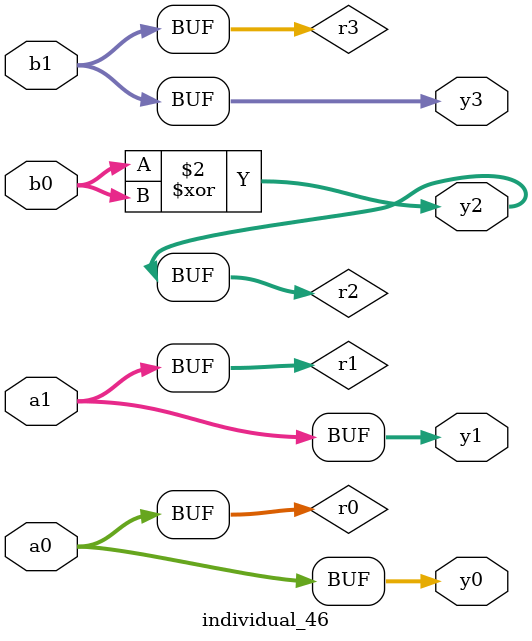
<source format=sv>
module individual_46(input logic [15:0] a1, input logic [15:0] a0, input logic [15:0] b1, input logic [15:0] b0, output logic [15:0] y3, output logic [15:0] y2, output logic [15:0] y1, output logic [15:0] y0);
logic [15:0] r0, r1, r2, r3; 
 always@(*) begin 
	 r0 = a0; r1 = a1; r2 = b0; r3 = b1; 
 	 r2  ^=  b0 ;
 	 y3 = r3; y2 = r2; y1 = r1; y0 = r0; 
end
endmodule
</source>
